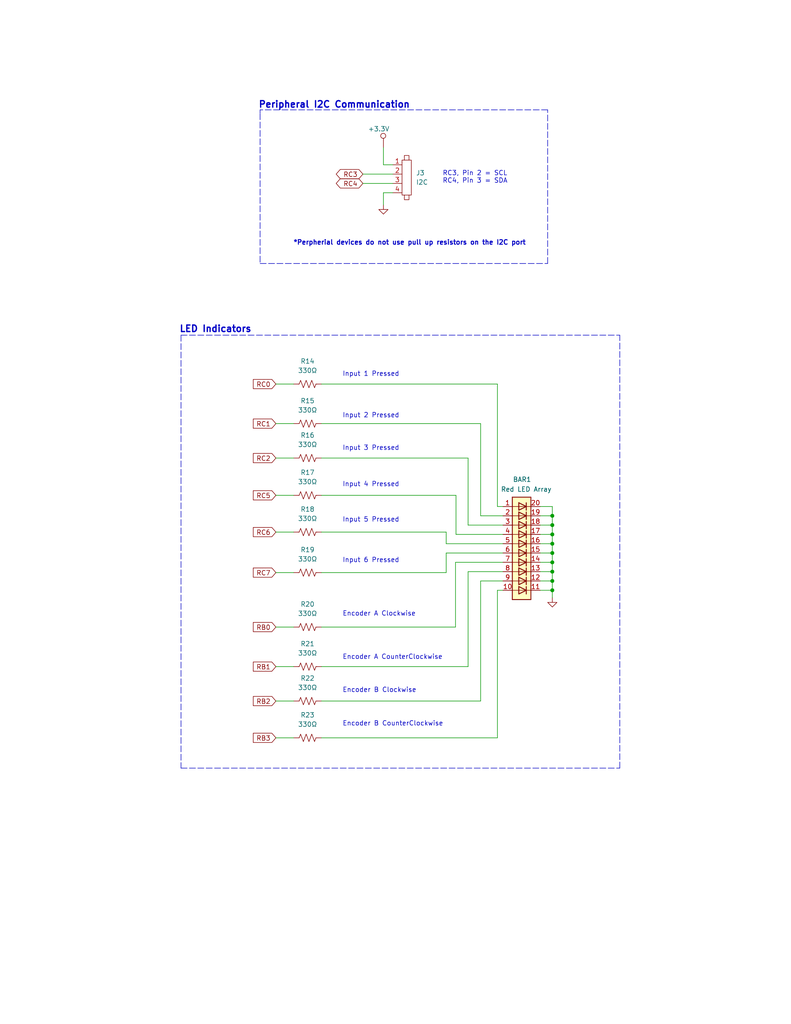
<source format=kicad_sch>
(kicad_sch (version 20211123) (generator eeschema)

  (uuid 0492fb66-346d-4f7b-a2b3-5ff891ad5f70)

  (paper "A" portrait)

  (title_block
    (title "Peripheral Control PCB Deisgn")
    (date "2023-12-08")
    (rev "A")
  )

  (lib_symbols
    (symbol "+3.3V_2" (power) (pin_numbers hide) (pin_names hide) (in_bom no) (on_board no)
      (property "Reference" "#PWR" (id 0) (at -2.54 -3.81 0)
        (effects (font (size 1.27 1.27)) hide)
      )
      (property "Value" "+3.3V_2" (id 1) (at -1.5748 1.1176 0)
        (effects (font (size 1.27 1.27)))
      )
      (property "Footprint" "" (id 2) (at -2.54 -3.81 0)
        (effects (font (size 1.27 1.27)) hide)
      )
      (property "Datasheet" "" (id 3) (at -2.54 -3.81 0)
        (effects (font (size 1.27 1.27)) hide)
      )
      (symbol "+3.3V_2_0_1"
        (circle (center 2.4892 0.6604) (radius 0.691)
          (stroke (width 0) (type default) (color 0 0 0 0))
          (fill (type none))
        )
      )
      (symbol "+3.3V_2_1_1"
        (pin power_in line (at 2.54 -2.54 90) (length 2.54)
          (name "+3.3V" (effects (font (size 1.27 1.27))))
          (number "~" (effects (font (size 1.27 1.27))))
        )
      )
    )
    (symbol "1X4header_1" (pin_names hide) (in_bom yes) (on_board yes)
      (property "Reference" "J" (id 0) (at 0 0 0)
        (effects (font (size 1.27 1.27)))
      )
      (property "Value" "1X4header_1" (id 1) (at -1.27 2.54 0)
        (effects (font (size 1.27 1.27)))
      )
      (property "Footprint" "" (id 2) (at 0 0 0)
        (effects (font (size 1.27 1.27)) hide)
      )
      (property "Datasheet" "" (id 3) (at 0 0 0)
        (effects (font (size 1.27 1.27)) hide)
      )
      (symbol "1X4header_1_0_1"
        (polyline
          (pts
            (xy 13.97 1.905)
            (xy 13.97 2.54)
          )
          (stroke (width 0) (type default) (color 0 0 0 0))
          (fill (type none))
        )
        (polyline
          (pts
            (xy 14.605 -6.985)
            (xy 14.605 -8.255)
            (xy 15.875 -8.255)
            (xy 15.875 -6.985)
          )
          (stroke (width 0) (type default) (color 0 0 0 0))
          (fill (type none))
        )
        (polyline
          (pts
            (xy 14.605 2.54)
            (xy 14.605 3.81)
            (xy 15.875 3.81)
            (xy 15.875 2.54)
          )
          (stroke (width 0) (type default) (color 0 0 0 0))
          (fill (type none))
        )
        (polyline
          (pts
            (xy 13.97 1.905)
            (xy 13.97 -6.985)
            (xy 16.51 -6.985)
            (xy 16.51 2.54)
            (xy 13.97 2.54)
          )
          (stroke (width 0) (type default) (color 0 0 0 0))
          (fill (type none))
        )
      )
      (symbol "1X4header_1_1_1"
        (pin passive line (at 11.43 1.27 0) (length 2.54)
          (name "1" (effects (font (size 1.27 1.27))))
          (number "1" (effects (font (size 1.27 1.27))))
        )
        (pin passive line (at 11.43 -1.27 0) (length 2.54)
          (name "2" (effects (font (size 1.27 1.27))))
          (number "2" (effects (font (size 1.27 1.27))))
        )
        (pin passive line (at 11.43 -3.81 0) (length 2.54)
          (name "3" (effects (font (size 1.27 1.27))))
          (number "3" (effects (font (size 1.27 1.27))))
        )
        (pin passive line (at 11.43 -6.35 0) (length 2.54)
          (name "4" (effects (font (size 1.27 1.27))))
          (number "4" (effects (font (size 1.27 1.27))))
        )
      )
    )
    (symbol "Device:R_US" (pin_numbers hide) (pin_names (offset 0)) (in_bom yes) (on_board yes)
      (property "Reference" "R" (id 0) (at 2.54 0 90)
        (effects (font (size 1.27 1.27)))
      )
      (property "Value" "R_US" (id 1) (at -2.54 0 90)
        (effects (font (size 1.27 1.27)))
      )
      (property "Footprint" "" (id 2) (at 1.016 -0.254 90)
        (effects (font (size 1.27 1.27)) hide)
      )
      (property "Datasheet" "~" (id 3) (at 0 0 0)
        (effects (font (size 1.27 1.27)) hide)
      )
      (property "ki_keywords" "R res resistor" (id 4) (at 0 0 0)
        (effects (font (size 1.27 1.27)) hide)
      )
      (property "ki_description" "Resistor, US symbol" (id 5) (at 0 0 0)
        (effects (font (size 1.27 1.27)) hide)
      )
      (property "ki_fp_filters" "R_*" (id 6) (at 0 0 0)
        (effects (font (size 1.27 1.27)) hide)
      )
      (symbol "R_US_0_1"
        (polyline
          (pts
            (xy 0 -2.286)
            (xy 0 -2.54)
          )
          (stroke (width 0) (type default) (color 0 0 0 0))
          (fill (type none))
        )
        (polyline
          (pts
            (xy 0 2.286)
            (xy 0 2.54)
          )
          (stroke (width 0) (type default) (color 0 0 0 0))
          (fill (type none))
        )
        (polyline
          (pts
            (xy 0 -0.762)
            (xy 1.016 -1.143)
            (xy 0 -1.524)
            (xy -1.016 -1.905)
            (xy 0 -2.286)
          )
          (stroke (width 0) (type default) (color 0 0 0 0))
          (fill (type none))
        )
        (polyline
          (pts
            (xy 0 0.762)
            (xy 1.016 0.381)
            (xy 0 0)
            (xy -1.016 -0.381)
            (xy 0 -0.762)
          )
          (stroke (width 0) (type default) (color 0 0 0 0))
          (fill (type none))
        )
        (polyline
          (pts
            (xy 0 2.286)
            (xy 1.016 1.905)
            (xy 0 1.524)
            (xy -1.016 1.143)
            (xy 0 0.762)
          )
          (stroke (width 0) (type default) (color 0 0 0 0))
          (fill (type none))
        )
      )
      (symbol "R_US_1_1"
        (pin passive line (at 0 3.81 270) (length 1.27)
          (name "~" (effects (font (size 1.27 1.27))))
          (number "1" (effects (font (size 1.27 1.27))))
        )
        (pin passive line (at 0 -3.81 90) (length 1.27)
          (name "~" (effects (font (size 1.27 1.27))))
          (number "2" (effects (font (size 1.27 1.27))))
        )
      )
    )
    (symbol "LED:HDSP-4830_2" (pin_names (offset 1.016) hide) (in_bom yes) (on_board yes)
      (property "Reference" "BAR" (id 0) (at 0 15.24 0)
        (effects (font (size 1.27 1.27)))
      )
      (property "Value" "HDSP-4830_2" (id 1) (at 0 -17.78 0)
        (effects (font (size 1.27 1.27)))
      )
      (property "Footprint" "Display:HDSP-4830" (id 2) (at 0 -20.32 0)
        (effects (font (size 1.27 1.27)) hide)
      )
      (property "Datasheet" "https://docs.broadcom.com/docs/AV02-1798EN" (id 3) (at -50.8 5.08 0)
        (effects (font (size 1.27 1.27)) hide)
      )
      (property "ki_keywords" "display LED array" (id 4) (at 0 0 0)
        (effects (font (size 1.27 1.27)) hide)
      )
      (property "ki_description" "BAR GRAPH 10 segment block, high efficiency red" (id 5) (at 0 0 0)
        (effects (font (size 1.27 1.27)) hide)
      )
      (property "ki_fp_filters" "HDSP?48*" (id 6) (at 0 0 0)
        (effects (font (size 1.27 1.27)) hide)
      )
      (symbol "HDSP-4830_2_0_1"
        (rectangle (start -2.54 12.7) (end 2.54 -15.24)
          (stroke (width 0.254) (type default) (color 0 0 0 0))
          (fill (type background))
        )
        (polyline
          (pts
            (xy -2.54 -12.7)
            (xy 2.54 -12.7)
          )
          (stroke (width 0) (type default) (color 0 0 0 0))
          (fill (type none))
        )
        (polyline
          (pts
            (xy -2.54 -10.16)
            (xy 2.54 -10.16)
          )
          (stroke (width 0) (type default) (color 0 0 0 0))
          (fill (type none))
        )
        (polyline
          (pts
            (xy -2.54 -7.62)
            (xy 2.54 -7.62)
          )
          (stroke (width 0) (type default) (color 0 0 0 0))
          (fill (type none))
        )
        (polyline
          (pts
            (xy -2.54 -5.08)
            (xy 2.54 -5.08)
          )
          (stroke (width 0) (type default) (color 0 0 0 0))
          (fill (type none))
        )
        (polyline
          (pts
            (xy -2.54 0)
            (xy 2.54 0)
          )
          (stroke (width 0) (type default) (color 0 0 0 0))
          (fill (type none))
        )
        (polyline
          (pts
            (xy -2.54 5.08)
            (xy 2.54 5.08)
          )
          (stroke (width 0) (type default) (color 0 0 0 0))
          (fill (type none))
        )
        (polyline
          (pts
            (xy -2.54 7.62)
            (xy 2.54 7.62)
          )
          (stroke (width 0) (type default) (color 0 0 0 0))
          (fill (type none))
        )
        (polyline
          (pts
            (xy -2.54 10.16)
            (xy 2.54 10.16)
          )
          (stroke (width 0) (type default) (color 0 0 0 0))
          (fill (type none))
        )
        (polyline
          (pts
            (xy 1.27 -11.684)
            (xy 1.27 -13.716)
          )
          (stroke (width 0.254) (type default) (color 0 0 0 0))
          (fill (type none))
        )
        (polyline
          (pts
            (xy 1.27 -9.144)
            (xy 1.27 -11.176)
          )
          (stroke (width 0.254) (type default) (color 0 0 0 0))
          (fill (type none))
        )
        (polyline
          (pts
            (xy 1.27 -6.604)
            (xy 1.27 -8.636)
          )
          (stroke (width 0.254) (type default) (color 0 0 0 0))
          (fill (type none))
        )
        (polyline
          (pts
            (xy 1.27 -4.064)
            (xy 1.27 -6.096)
          )
          (stroke (width 0.254) (type default) (color 0 0 0 0))
          (fill (type none))
        )
        (polyline
          (pts
            (xy 1.27 -1.524)
            (xy 1.27 -3.556)
          )
          (stroke (width 0.254) (type default) (color 0 0 0 0))
          (fill (type none))
        )
        (polyline
          (pts
            (xy 1.27 1.016)
            (xy 1.27 -1.016)
          )
          (stroke (width 0.254) (type default) (color 0 0 0 0))
          (fill (type none))
        )
        (polyline
          (pts
            (xy 1.27 3.556)
            (xy 1.27 1.524)
          )
          (stroke (width 0.254) (type default) (color 0 0 0 0))
          (fill (type none))
        )
        (polyline
          (pts
            (xy 1.27 6.096)
            (xy 1.27 4.064)
          )
          (stroke (width 0.254) (type default) (color 0 0 0 0))
          (fill (type none))
        )
        (polyline
          (pts
            (xy 1.27 8.636)
            (xy 1.27 6.604)
          )
          (stroke (width 0.254) (type default) (color 0 0 0 0))
          (fill (type none))
        )
        (polyline
          (pts
            (xy 1.27 11.176)
            (xy 1.27 9.144)
          )
          (stroke (width 0.254) (type default) (color 0 0 0 0))
          (fill (type none))
        )
        (polyline
          (pts
            (xy 2.54 -2.54)
            (xy -2.54 -2.54)
          )
          (stroke (width 0) (type default) (color 0 0 0 0))
          (fill (type none))
        )
        (polyline
          (pts
            (xy 2.54 2.54)
            (xy -2.54 2.54)
          )
          (stroke (width 0) (type default) (color 0 0 0 0))
          (fill (type none))
        )
        (polyline
          (pts
            (xy -0.762 -11.684)
            (xy -0.762 -13.716)
            (xy 1.27 -12.7)
            (xy -0.762 -11.684)
          )
          (stroke (width 0.254) (type default) (color 0 0 0 0))
          (fill (type none))
        )
        (polyline
          (pts
            (xy -0.762 -9.144)
            (xy -0.762 -11.176)
            (xy 1.27 -10.16)
            (xy -0.762 -9.144)
          )
          (stroke (width 0.254) (type default) (color 0 0 0 0))
          (fill (type none))
        )
        (polyline
          (pts
            (xy -0.762 -6.604)
            (xy -0.762 -8.636)
            (xy 1.27 -7.62)
            (xy -0.762 -6.604)
          )
          (stroke (width 0.254) (type default) (color 0 0 0 0))
          (fill (type none))
        )
        (polyline
          (pts
            (xy -0.762 -4.064)
            (xy -0.762 -6.096)
            (xy 1.27 -5.08)
            (xy -0.762 -4.064)
          )
          (stroke (width 0.254) (type default) (color 0 0 0 0))
          (fill (type none))
        )
        (polyline
          (pts
            (xy -0.762 -1.524)
            (xy -0.762 -3.556)
            (xy 1.27 -2.54)
            (xy -0.762 -1.524)
          )
          (stroke (width 0.254) (type default) (color 0 0 0 0))
          (fill (type none))
        )
        (polyline
          (pts
            (xy -0.762 1.016)
            (xy -0.762 -1.016)
            (xy 1.27 0)
            (xy -0.762 1.016)
          )
          (stroke (width 0.254) (type default) (color 0 0 0 0))
          (fill (type none))
        )
        (polyline
          (pts
            (xy -0.762 3.556)
            (xy -0.762 1.524)
            (xy 1.27 2.54)
            (xy -0.762 3.556)
          )
          (stroke (width 0.254) (type default) (color 0 0 0 0))
          (fill (type none))
        )
        (polyline
          (pts
            (xy -0.762 6.096)
            (xy -0.762 4.064)
            (xy 1.27 5.08)
            (xy -0.762 6.096)
          )
          (stroke (width 0.254) (type default) (color 0 0 0 0))
          (fill (type none))
        )
        (polyline
          (pts
            (xy -0.762 8.636)
            (xy -0.762 6.604)
            (xy 1.27 7.62)
            (xy -0.762 8.636)
          )
          (stroke (width 0.254) (type default) (color 0 0 0 0))
          (fill (type none))
        )
        (polyline
          (pts
            (xy -0.762 11.176)
            (xy -0.762 9.144)
            (xy 1.27 10.16)
            (xy -0.762 11.176)
          )
          (stroke (width 0.254) (type default) (color 0 0 0 0))
          (fill (type none))
        )
      )
      (symbol "HDSP-4830_2_1_1"
        (pin passive line (at -5.08 10.16 0) (length 2.54)
          (name "A" (effects (font (size 1.27 1.27))))
          (number "1" (effects (font (size 1.27 1.27))))
        )
        (pin passive line (at -5.08 -12.7 0) (length 2.54)
          (name "A" (effects (font (size 1.27 1.27))))
          (number "10" (effects (font (size 1.27 1.27))))
        )
        (pin passive line (at 5.08 -12.7 180) (length 2.54)
          (name "K" (effects (font (size 1.27 1.27))))
          (number "11" (effects (font (size 1.27 1.27))))
        )
        (pin passive line (at 5.08 -10.16 180) (length 2.54)
          (name "K" (effects (font (size 1.27 1.27))))
          (number "12" (effects (font (size 1.27 1.27))))
        )
        (pin passive line (at 5.08 -7.62 180) (length 2.54)
          (name "K" (effects (font (size 1.27 1.27))))
          (number "13" (effects (font (size 1.27 1.27))))
        )
        (pin passive line (at 5.08 -5.08 180) (length 2.54)
          (name "K" (effects (font (size 1.27 1.27))))
          (number "14" (effects (font (size 1.27 1.27))))
        )
        (pin passive line (at 5.08 -2.54 180) (length 2.54)
          (name "K" (effects (font (size 1.27 1.27))))
          (number "15" (effects (font (size 1.27 1.27))))
        )
        (pin passive line (at 5.08 0 180) (length 2.54)
          (name "K" (effects (font (size 1.27 1.27))))
          (number "16" (effects (font (size 1.27 1.27))))
        )
        (pin passive line (at 5.08 2.54 180) (length 2.54)
          (name "K" (effects (font (size 1.27 1.27))))
          (number "17" (effects (font (size 1.27 1.27))))
        )
        (pin passive line (at 5.08 5.08 180) (length 2.54)
          (name "K" (effects (font (size 1.27 1.27))))
          (number "18" (effects (font (size 1.27 1.27))))
        )
        (pin passive line (at 5.08 7.62 180) (length 2.54)
          (name "K" (effects (font (size 1.27 1.27))))
          (number "19" (effects (font (size 1.27 1.27))))
        )
        (pin passive line (at -5.08 7.62 0) (length 2.54)
          (name "A" (effects (font (size 1.27 1.27))))
          (number "2" (effects (font (size 1.27 1.27))))
        )
        (pin passive line (at 5.08 10.16 180) (length 2.54)
          (name "K" (effects (font (size 1.27 1.27))))
          (number "20" (effects (font (size 1.27 1.27))))
        )
        (pin passive line (at -5.08 5.08 0) (length 2.54)
          (name "A" (effects (font (size 1.27 1.27))))
          (number "3" (effects (font (size 1.27 1.27))))
        )
        (pin passive line (at -5.08 2.54 0) (length 2.54)
          (name "A" (effects (font (size 1.27 1.27))))
          (number "4" (effects (font (size 1.27 1.27))))
        )
        (pin passive line (at -5.08 0 0) (length 2.54)
          (name "A" (effects (font (size 1.27 1.27))))
          (number "5" (effects (font (size 1.27 1.27))))
        )
        (pin passive line (at -5.08 -2.54 0) (length 2.54)
          (name "A" (effects (font (size 1.27 1.27))))
          (number "6" (effects (font (size 1.27 1.27))))
        )
        (pin passive line (at -5.08 -5.08 0) (length 2.54)
          (name "A" (effects (font (size 1.27 1.27))))
          (number "7" (effects (font (size 1.27 1.27))))
        )
        (pin passive line (at -5.08 -7.62 0) (length 2.54)
          (name "A" (effects (font (size 1.27 1.27))))
          (number "8" (effects (font (size 1.27 1.27))))
        )
        (pin passive line (at -5.08 -10.16 0) (length 2.54)
          (name "A" (effects (font (size 1.27 1.27))))
          (number "9" (effects (font (size 1.27 1.27))))
        )
      )
    )
    (symbol "power:GND" (power) (pin_numbers hide) (pin_names (offset 0) hide) (in_bom yes) (on_board yes)
      (property "Reference" "#PWR" (id 0) (at 0 -6.35 0)
        (effects (font (size 1.27 1.27)) hide)
      )
      (property "Value" "GND" (id 1) (at 0 -3.81 0)
        (effects (font (size 1.27 1.27)))
      )
      (property "Footprint" "" (id 2) (at 0 0 0)
        (effects (font (size 1.27 1.27)) hide)
      )
      (property "Datasheet" "" (id 3) (at 0 0 0)
        (effects (font (size 1.27 1.27)) hide)
      )
      (property "ki_keywords" "power-flag" (id 4) (at 0 0 0)
        (effects (font (size 1.27 1.27)) hide)
      )
      (property "ki_description" "Power symbol creates a global label with name \"GND\" , ground" (id 5) (at 0 0 0)
        (effects (font (size 1.27 1.27)) hide)
      )
      (symbol "GND_0_1"
        (polyline
          (pts
            (xy 0 0)
            (xy 0 -1.27)
            (xy 1.27 -1.27)
            (xy 0 -2.54)
            (xy -1.27 -1.27)
            (xy 0 -1.27)
          )
          (stroke (width 0) (type default) (color 0 0 0 0))
          (fill (type none))
        )
      )
      (symbol "GND_1_1"
        (pin power_in line (at 0 0 270) (length 0) hide
          (name "GND" (effects (font (size 1.27 1.27))))
          (number "1" (effects (font (size 1.27 1.27))))
        )
      )
    )
  )

  (junction (at 150.749 153.416) (diameter 0) (color 0 0 0 0)
    (uuid 0ed8876b-877c-421d-b64d-701a4bf123d6)
  )
  (junction (at 150.749 150.876) (diameter 0) (color 0 0 0 0)
    (uuid 19a041d3-9458-4be9-82a8-258e6f9bb7f2)
  )
  (junction (at 150.749 155.956) (diameter 0) (color 0 0 0 0)
    (uuid 317622a5-6b7d-498e-a1fc-d8f43250bc48)
  )
  (junction (at 150.749 148.336) (diameter 0) (color 0 0 0 0)
    (uuid 5b46f050-bd86-40a8-8658-c2b532a0b915)
  )
  (junction (at 150.749 161.036) (diameter 0) (color 0 0 0 0)
    (uuid 7dc65180-5c4b-49ff-acbf-c32822e97e79)
  )
  (junction (at 150.749 158.496) (diameter 0) (color 0 0 0 0)
    (uuid 994eb246-74c0-4995-a552-84de4a496410)
  )
  (junction (at 150.749 143.256) (diameter 0) (color 0 0 0 0)
    (uuid ae85947f-957c-4b65-b815-c637f1a7c5af)
  )
  (junction (at 150.749 140.716) (diameter 0) (color 0 0 0 0)
    (uuid cfb7a100-1185-430e-90e4-f847d166c777)
  )
  (junction (at 150.749 145.796) (diameter 0) (color 0 0 0 0)
    (uuid ed2dc605-843d-4fe2-a5b1-3077d8eee552)
  )

  (wire (pts (xy 150.749 143.256) (xy 150.749 145.796))
    (stroke (width 0) (type default) (color 0 0 0 0))
    (uuid 02efff84-4907-48d1-b743-9cf331be7db4)
  )
  (wire (pts (xy 137.287 161.036) (xy 135.763 161.036))
    (stroke (width 0) (type default) (color 0 0 0 0))
    (uuid 0dd5bd35-3348-4fb5-8226-bfd54dd3b690)
  )
  (wire (pts (xy 127.762 155.956) (xy 127.762 181.864))
    (stroke (width 0) (type default) (color 0 0 0 0))
    (uuid 0e7489ec-1c17-42d5-9d70-8fa9d4d821c6)
  )
  (polyline (pts (xy 70.993 29.972) (xy 70.993 30.861))
    (stroke (width 0) (type default) (color 0 0 0 0))
    (uuid 1289c094-d17e-497a-87f1-b8474681c4d1)
  )

  (wire (pts (xy 87.757 115.57) (xy 131.191 115.57))
    (stroke (width 0) (type default) (color 0 0 0 0))
    (uuid 13793c29-c3f8-48e1-a3e8-9740174f0e4d)
  )
  (wire (pts (xy 131.191 140.716) (xy 137.287 140.716))
    (stroke (width 0) (type default) (color 0 0 0 0))
    (uuid 17a03118-d997-43f6-b289-39c18bae94f2)
  )
  (wire (pts (xy 135.763 104.775) (xy 135.763 138.176))
    (stroke (width 0) (type default) (color 0 0 0 0))
    (uuid 1f4cde55-37ac-47c3-8f43-5009f778f5da)
  )
  (wire (pts (xy 150.749 148.336) (xy 150.749 150.876))
    (stroke (width 0) (type default) (color 0 0 0 0))
    (uuid 20e57276-ac02-4a71-a243-51436a8521a9)
  )
  (wire (pts (xy 150.749 155.956) (xy 150.749 158.496))
    (stroke (width 0) (type default) (color 0 0 0 0))
    (uuid 231fff19-c30d-4b21-b712-7e51c530a874)
  )
  (wire (pts (xy 147.447 138.176) (xy 150.749 138.176))
    (stroke (width 0) (type default) (color 0 0 0 0))
    (uuid 23307ed9-353c-4338-868d-ca80d05b0336)
  )
  (wire (pts (xy 131.191 158.496) (xy 131.191 191.262))
    (stroke (width 0) (type default) (color 0 0 0 0))
    (uuid 24d97345-8283-47fc-9878-9648e92203bc)
  )
  (polyline (pts (xy 169.164 209.55) (xy 169.164 91.44))
    (stroke (width 0) (type default) (color 0 0 0 0))
    (uuid 251a5917-906e-401f-b573-12a948ce3049)
  )

  (wire (pts (xy 135.763 161.036) (xy 135.763 201.295))
    (stroke (width 0) (type default) (color 0 0 0 0))
    (uuid 2697a2a5-5417-423b-9e99-ccefd1dfb405)
  )
  (wire (pts (xy 150.749 158.496) (xy 150.749 161.036))
    (stroke (width 0) (type default) (color 0 0 0 0))
    (uuid 2c1bc8ba-371a-4697-a4fc-6b791203c387)
  )
  (wire (pts (xy 75.311 145.161) (xy 80.137 145.161))
    (stroke (width 0) (type default) (color 0 0 0 0))
    (uuid 2d3399c9-df17-421c-a86d-563386daddc0)
  )
  (wire (pts (xy 104.648 44.958) (xy 107.188 44.958))
    (stroke (width 0) (type default) (color 0 0 0 0))
    (uuid 2fb84559-7c55-4d5d-a6a6-0882c17e9d51)
  )
  (wire (pts (xy 147.447 143.256) (xy 150.749 143.256))
    (stroke (width 0) (type default) (color 0 0 0 0))
    (uuid 3a6f60c8-8b85-4994-9b44-f877a822c6b4)
  )
  (wire (pts (xy 104.648 44.958) (xy 104.648 40.259))
    (stroke (width 0) (type default) (color 0 0 0 0))
    (uuid 43974b42-1d1f-48fe-8af5-471a86c34bf8)
  )
  (wire (pts (xy 147.447 161.036) (xy 150.749 161.036))
    (stroke (width 0) (type default) (color 0 0 0 0))
    (uuid 443595e1-e5a9-4040-81d4-bd4415a50036)
  )
  (wire (pts (xy 75.311 104.775) (xy 80.137 104.775))
    (stroke (width 0) (type default) (color 0 0 0 0))
    (uuid 4495687e-770e-44eb-aad2-9b6d865e1ce7)
  )
  (wire (pts (xy 150.749 150.876) (xy 150.749 153.416))
    (stroke (width 0) (type default) (color 0 0 0 0))
    (uuid 45adc603-2421-4bbd-bd7c-b2d84d1ff654)
  )
  (polyline (pts (xy 149.479 71.882) (xy 149.479 29.972))
    (stroke (width 0) (type default) (color 0 0 0 0))
    (uuid 49b1531e-c91f-4e60-bc70-7d80246afd9a)
  )

  (wire (pts (xy 104.648 52.578) (xy 104.648 55.88))
    (stroke (width 0) (type default) (color 0 0 0 0))
    (uuid 4aa095a6-7e90-4a68-94d5-5f69129a813d)
  )
  (wire (pts (xy 135.763 138.176) (xy 137.287 138.176))
    (stroke (width 0) (type default) (color 0 0 0 0))
    (uuid 4c9e67e4-7cc4-403e-83e5-d4e1abd761d8)
  )
  (wire (pts (xy 150.749 138.176) (xy 150.749 140.716))
    (stroke (width 0) (type default) (color 0 0 0 0))
    (uuid 4d30f150-2408-4385-b7e0-bf6ae022999e)
  )
  (wire (pts (xy 147.447 155.956) (xy 150.749 155.956))
    (stroke (width 0) (type default) (color 0 0 0 0))
    (uuid 551de543-34d3-4751-b9e2-dc48a41b2ba0)
  )
  (wire (pts (xy 75.311 191.262) (xy 80.137 191.262))
    (stroke (width 0) (type default) (color 0 0 0 0))
    (uuid 584cf988-3860-419f-8770-543abc29fbb0)
  )
  (wire (pts (xy 150.749 153.416) (xy 150.749 155.956))
    (stroke (width 0) (type default) (color 0 0 0 0))
    (uuid 5a7c8433-0845-41a3-a808-7a92dc6860b4)
  )
  (polyline (pts (xy 49.403 91.44) (xy 169.164 91.44))
    (stroke (width 0) (type default) (color 0 0 0 0))
    (uuid 5c552176-971f-4f49-93ce-521863f4306d)
  )

  (wire (pts (xy 131.191 191.262) (xy 87.757 191.262))
    (stroke (width 0) (type default) (color 0 0 0 0))
    (uuid 5e338111-47e4-4477-a1bb-30807528ac3d)
  )
  (wire (pts (xy 75.311 156.21) (xy 80.137 156.21))
    (stroke (width 0) (type default) (color 0 0 0 0))
    (uuid 5e5295a6-2264-4683-a66d-896b6203eee5)
  )
  (wire (pts (xy 121.793 150.876) (xy 121.793 156.21))
    (stroke (width 0) (type default) (color 0 0 0 0))
    (uuid 60246cca-96a2-43d2-a437-2210d97451a3)
  )
  (wire (pts (xy 107.188 52.578) (xy 104.648 52.578))
    (stroke (width 0) (type default) (color 0 0 0 0))
    (uuid 620bd0ba-0113-49b3-8a11-f8a4c95bc7f6)
  )
  (wire (pts (xy 147.447 140.716) (xy 150.749 140.716))
    (stroke (width 0) (type default) (color 0 0 0 0))
    (uuid 62e1431c-4dc4-4075-b2b5-0890923a5cb9)
  )
  (polyline (pts (xy 149.479 29.972) (xy 70.993 29.972))
    (stroke (width 0) (type default) (color 0 0 0 0))
    (uuid 6504e005-70de-4a9f-a05f-d1bbfe58aecf)
  )

  (wire (pts (xy 150.749 161.036) (xy 150.749 163.068))
    (stroke (width 0) (type default) (color 0 0 0 0))
    (uuid 663c94ed-6129-4073-9e26-c5e8db73bc81)
  )
  (wire (pts (xy 147.447 153.416) (xy 150.749 153.416))
    (stroke (width 0) (type default) (color 0 0 0 0))
    (uuid 6667e453-9515-4a5f-9d00-f98a3afb4596)
  )
  (polyline (pts (xy 49.403 209.55) (xy 169.164 209.55))
    (stroke (width 0) (type default) (color 0 0 0 0))
    (uuid 69b92fe3-5004-432b-96fc-745c6fdac830)
  )

  (wire (pts (xy 124.333 171.069) (xy 87.757 171.069))
    (stroke (width 0) (type default) (color 0 0 0 0))
    (uuid 709f85c4-f721-4de4-9fe8-09a60963b575)
  )
  (wire (pts (xy 75.311 115.57) (xy 80.137 115.57))
    (stroke (width 0) (type default) (color 0 0 0 0))
    (uuid 72fe9379-4c74-404c-9c0f-e924a0776076)
  )
  (polyline (pts (xy 70.993 71.882) (xy 149.479 71.882))
    (stroke (width 0) (type default) (color 0 0 0 0))
    (uuid 772d3cea-dc7e-404a-9671-64a8e5f370e3)
  )

  (wire (pts (xy 127.762 124.968) (xy 127.762 143.256))
    (stroke (width 0) (type default) (color 0 0 0 0))
    (uuid 7f3cdb35-60c3-4b79-b7e0-2c6451a8072b)
  )
  (wire (pts (xy 87.757 135.128) (xy 124.46 135.128))
    (stroke (width 0) (type default) (color 0 0 0 0))
    (uuid 7f468586-5ecc-4b69-9bf6-1f462552c19a)
  )
  (wire (pts (xy 150.749 140.716) (xy 150.749 143.256))
    (stroke (width 0) (type default) (color 0 0 0 0))
    (uuid 82256152-d1a0-4b20-9a85-78640ba78fa5)
  )
  (wire (pts (xy 131.191 115.57) (xy 131.191 140.716))
    (stroke (width 0) (type default) (color 0 0 0 0))
    (uuid 8b0bd335-cbed-493c-a179-bd11859f3318)
  )
  (wire (pts (xy 99.06 47.498) (xy 107.188 47.498))
    (stroke (width 0) (type default) (color 0 0 0 0))
    (uuid 8d479bdf-7ae1-47df-a364-9e2dcd073d5f)
  )
  (wire (pts (xy 75.311 201.295) (xy 80.137 201.295))
    (stroke (width 0) (type default) (color 0 0 0 0))
    (uuid 953cf260-dd3a-4e69-a7b5-e6dd52d7ecef)
  )
  (wire (pts (xy 75.311 124.968) (xy 80.137 124.968))
    (stroke (width 0) (type default) (color 0 0 0 0))
    (uuid 9773e1b2-867f-4bba-aab9-6aa389e51a1c)
  )
  (wire (pts (xy 137.287 148.336) (xy 121.793 148.336))
    (stroke (width 0) (type default) (color 0 0 0 0))
    (uuid 9a7fe49e-b9a2-469b-b467-1670045a4ce9)
  )
  (wire (pts (xy 124.46 145.796) (xy 137.287 145.796))
    (stroke (width 0) (type default) (color 0 0 0 0))
    (uuid a2356724-4992-4669-b2eb-72a5b8e8ed5c)
  )
  (wire (pts (xy 137.287 150.876) (xy 121.793 150.876))
    (stroke (width 0) (type default) (color 0 0 0 0))
    (uuid a25273d9-3e49-4001-b41e-4a1bb1ac08f1)
  )
  (wire (pts (xy 99.06 50.038) (xy 107.188 50.038))
    (stroke (width 0) (type default) (color 0 0 0 0))
    (uuid a488415c-442d-4113-a4f6-5a5e5d75be94)
  )
  (wire (pts (xy 137.287 155.956) (xy 127.762 155.956))
    (stroke (width 0) (type default) (color 0 0 0 0))
    (uuid aa06600e-1e59-45f0-b885-4e633402ccaf)
  )
  (wire (pts (xy 124.46 135.128) (xy 124.46 145.796))
    (stroke (width 0) (type default) (color 0 0 0 0))
    (uuid aa7bad10-3a1e-4731-9a37-77567b893d95)
  )
  (wire (pts (xy 75.311 135.128) (xy 80.137 135.128))
    (stroke (width 0) (type default) (color 0 0 0 0))
    (uuid ae4e545c-c427-4519-9b20-8dc1ac4af110)
  )
  (wire (pts (xy 137.287 153.416) (xy 124.333 153.416))
    (stroke (width 0) (type default) (color 0 0 0 0))
    (uuid b0ad4807-34a9-47a4-ab16-fcc2702dad2c)
  )
  (wire (pts (xy 150.749 145.796) (xy 150.749 148.336))
    (stroke (width 0) (type default) (color 0 0 0 0))
    (uuid b678d7cc-acf3-4df2-bc5d-c79ab576eac0)
  )
  (wire (pts (xy 147.447 158.496) (xy 150.749 158.496))
    (stroke (width 0) (type default) (color 0 0 0 0))
    (uuid b6f27aa6-a9fe-4b8a-8414-d3e530ab8a37)
  )
  (wire (pts (xy 75.311 171.069) (xy 80.137 171.069))
    (stroke (width 0) (type default) (color 0 0 0 0))
    (uuid b8e67356-bf95-40a3-9979-5e0821713d1d)
  )
  (polyline (pts (xy 49.403 91.44) (xy 49.403 209.55))
    (stroke (width 0) (type default) (color 0 0 0 0))
    (uuid ba05e2f2-2fb6-49ff-a59c-1e1d75adc989)
  )

  (wire (pts (xy 147.447 150.876) (xy 150.749 150.876))
    (stroke (width 0) (type default) (color 0 0 0 0))
    (uuid bc1ffaae-3f8a-48ea-ab9c-654d1f1785e9)
  )
  (polyline (pts (xy 70.993 30.988) (xy 70.993 71.882))
    (stroke (width 0) (type default) (color 0 0 0 0))
    (uuid c0adfd7a-61bc-4679-9757-a8101ecd7c1c)
  )

  (wire (pts (xy 87.757 104.775) (xy 135.763 104.775))
    (stroke (width 0) (type default) (color 0 0 0 0))
    (uuid c67967f5-54ff-4a4c-b5e9-07d65c0e69a5)
  )
  (wire (pts (xy 127.762 181.864) (xy 87.757 181.864))
    (stroke (width 0) (type default) (color 0 0 0 0))
    (uuid cd1a3d0b-1c72-4978-93ac-e27bbd00bc98)
  )
  (wire (pts (xy 87.757 145.161) (xy 121.793 145.161))
    (stroke (width 0) (type default) (color 0 0 0 0))
    (uuid d6573b53-1c2e-4756-a07b-c18e85e87c03)
  )
  (wire (pts (xy 147.447 148.336) (xy 150.749 148.336))
    (stroke (width 0) (type default) (color 0 0 0 0))
    (uuid d7ab5a74-bd8a-469d-9bcf-2ea223cb3d62)
  )
  (wire (pts (xy 87.757 124.968) (xy 127.762 124.968))
    (stroke (width 0) (type default) (color 0 0 0 0))
    (uuid d83c05f9-642e-43c9-823c-be8fb5da44b4)
  )
  (wire (pts (xy 147.447 145.796) (xy 150.749 145.796))
    (stroke (width 0) (type default) (color 0 0 0 0))
    (uuid e0b9f928-9cbf-4a1a-a55f-a9574f8a8bed)
  )
  (wire (pts (xy 75.311 181.864) (xy 80.137 181.864))
    (stroke (width 0) (type default) (color 0 0 0 0))
    (uuid e61a63e0-9c09-4808-b84f-086973ff308e)
  )
  (wire (pts (xy 87.757 201.295) (xy 135.763 201.295))
    (stroke (width 0) (type default) (color 0 0 0 0))
    (uuid e7c590dc-318d-404d-ab30-6dc62ffb3346)
  )
  (wire (pts (xy 131.191 158.496) (xy 137.287 158.496))
    (stroke (width 0) (type default) (color 0 0 0 0))
    (uuid e8746356-a058-43b6-a946-d629cbace09e)
  )
  (wire (pts (xy 127.762 143.256) (xy 137.287 143.256))
    (stroke (width 0) (type default) (color 0 0 0 0))
    (uuid ea655f40-e8e9-47bc-b8cc-f51dbf9606b6)
  )
  (wire (pts (xy 124.333 153.416) (xy 124.333 171.069))
    (stroke (width 0) (type default) (color 0 0 0 0))
    (uuid ebcc00fc-b8b1-4459-8ebd-8e510163683a)
  )
  (wire (pts (xy 121.793 145.161) (xy 121.793 148.336))
    (stroke (width 0) (type default) (color 0 0 0 0))
    (uuid f1125125-feea-438f-958d-a5f89c2de285)
  )
  (wire (pts (xy 121.793 156.21) (xy 87.757 156.21))
    (stroke (width 0) (type default) (color 0 0 0 0))
    (uuid fad789d4-a6cf-42b1-8ca3-33b20cb8f1ad)
  )

  (text "Encoder A CounterClockwise" (at 93.472 180.086 0)
    (effects (font (size 1.27 1.27)) (justify left bottom))
    (uuid 207fd42e-28aa-48f6-b0f3-97b2e6124076)
  )
  (text "Input 2 Pressed" (at 93.472 114.173 0)
    (effects (font (size 1.27 1.27)) (justify left bottom))
    (uuid 2a7a42f2-df00-4260-b542-28f9d9efd3ac)
  )
  (text "Input 4 Pressed" (at 93.472 132.969 0)
    (effects (font (size 1.27 1.27)) (justify left bottom))
    (uuid 53eeacc7-77cf-454e-a278-c37c5d5c8499)
  )
  (text "Encoder A Clockwise" (at 93.472 168.275 0)
    (effects (font (size 1.27 1.27)) (justify left bottom))
    (uuid 5548ce4b-5eb0-41d3-8d52-be096c3714d4)
  )
  (text "LED Indicators" (at 48.895 90.932 0)
    (effects (font (size 1.778 1.778) bold) (justify left bottom))
    (uuid 7430de70-b3b0-4a3e-aa34-85e9b2e852bc)
  )
  (text "Peripheral I2C Communication " (at 70.485 29.718 0)
    (effects (font (size 1.778 1.778) bold) (justify left bottom))
    (uuid 75ccc743-0f14-4167-b8a9-05899e6ee7a7)
  )
  (text "Input 3 Pressed" (at 93.472 123.063 0)
    (effects (font (size 1.27 1.27)) (justify left bottom))
    (uuid 86878697-f044-433e-80d3-db89e46f5b27)
  )
  (text "Input 6 Pressed" (at 93.472 153.67 0)
    (effects (font (size 1.27 1.27)) (justify left bottom))
    (uuid be797e9f-5bf5-4e81-aa7c-ca780aac5b0b)
  )
  (text "Input 1 Pressed" (at 93.472 102.87 0)
    (effects (font (size 1.27 1.27)) (justify left bottom))
    (uuid c82708a4-bf63-4ed9-b9ba-a1bf0b5ddbfa)
  )
  (text "Input 5 Pressed" (at 93.472 142.621 0)
    (effects (font (size 1.27 1.27)) (justify left bottom))
    (uuid d28b51df-8fee-430b-95b3-94efeafd3432)
  )
  (text "*Perpherial devices do not use pull up resistors on the I2C port"
    (at 80.01 67.056 0)
    (effects (font (size 1.27 1.27) (thickness 0.254) bold) (justify left bottom))
    (uuid db9ecd52-13bf-4de3-a8f9-999976af15cd)
  )
  (text "Encoder B Clockwise" (at 93.472 189.103 0)
    (effects (font (size 1.27 1.27)) (justify left bottom))
    (uuid df399c22-8374-4120-ac7a-9c1c0d8cc4c1)
  )
  (text "RC3, Pin 2 = SCL\nRC4, Pin 3 = SDA" (at 120.777 50.165 0)
    (effects (font (size 1.27 1.27)) (justify left bottom))
    (uuid eeaec25d-31cb-4409-8eee-4eb080637496)
  )
  (text "Encoder B CounterClockwise" (at 93.472 198.247 0)
    (effects (font (size 1.27 1.27)) (justify left bottom))
    (uuid f52a285f-8df2-499c-9d3a-83a000b5069f)
  )

  (global_label "RC6" (shape input) (at 75.311 145.161 180) (fields_autoplaced)
    (effects (font (size 1.27 1.27)) (justify right))
    (uuid 2ab9db0c-6a13-4ef9-8ef5-14c69759c614)
    (property "Intersheet References" "${INTERSHEET_REFS}" (id 0) (at 69.1484 145.0816 0)
      (effects (font (size 1.27 1.27)) (justify right) hide)
    )
  )
  (global_label "RC4" (shape bidirectional) (at 99.06 50.038 180) (fields_autoplaced)
    (effects (font (size 1.27 1.27)) (justify right))
    (uuid 35864bbb-2a81-4e1c-9aec-761e2e590a42)
    (property "Intersheet References" "${INTERSHEET_REFS}" (id 0) (at 92.8974 49.9586 0)
      (effects (font (size 1.27 1.27)) (justify right) hide)
    )
  )
  (global_label "RB1" (shape input) (at 75.311 181.864 180) (fields_autoplaced)
    (effects (font (size 1.27 1.27)) (justify right))
    (uuid 43294c39-0952-4b8f-8d92-d91397213643)
    (property "Intersheet References" "${INTERSHEET_REFS}" (id 0) (at 69.1484 181.7846 0)
      (effects (font (size 1.27 1.27)) (justify right) hide)
    )
  )
  (global_label "RC2" (shape input) (at 75.311 124.968 180) (fields_autoplaced)
    (effects (font (size 1.27 1.27)) (justify right))
    (uuid 61519161-9baa-45b5-bb8e-df003681474a)
    (property "Intersheet References" "${INTERSHEET_REFS}" (id 0) (at 69.1484 124.8886 0)
      (effects (font (size 1.27 1.27)) (justify right) hide)
    )
  )
  (global_label "RC1" (shape input) (at 75.311 115.57 180) (fields_autoplaced)
    (effects (font (size 1.27 1.27)) (justify right))
    (uuid 6df852b6-85a1-43bd-a1d0-1a83270bc448)
    (property "Intersheet References" "${INTERSHEET_REFS}" (id 0) (at 69.1484 115.4906 0)
      (effects (font (size 1.27 1.27)) (justify right) hide)
    )
  )
  (global_label "RC7" (shape input) (at 75.311 156.21 180) (fields_autoplaced)
    (effects (font (size 1.27 1.27)) (justify right))
    (uuid 71c646f0-31a1-45df-8219-52112c284aba)
    (property "Intersheet References" "${INTERSHEET_REFS}" (id 0) (at 69.1484 156.1306 0)
      (effects (font (size 1.27 1.27)) (justify right) hide)
    )
  )
  (global_label "RB0" (shape input) (at 75.311 171.069 180) (fields_autoplaced)
    (effects (font (size 1.27 1.27)) (justify right))
    (uuid 7501c237-1518-43be-b0a7-22d4e191b82d)
    (property "Intersheet References" "${INTERSHEET_REFS}" (id 0) (at 69.1484 170.9896 0)
      (effects (font (size 1.27 1.27)) (justify right) hide)
    )
  )
  (global_label "RC3" (shape bidirectional) (at 99.06 47.498 180) (fields_autoplaced)
    (effects (font (size 1.27 1.27)) (justify right))
    (uuid 9474ca79-90eb-414c-948d-68532cc983ee)
    (property "Intersheet References" "${INTERSHEET_REFS}" (id 0) (at 92.8974 47.4186 0)
      (effects (font (size 1.27 1.27)) (justify right) hide)
    )
  )
  (global_label "RB2" (shape input) (at 75.311 191.262 180) (fields_autoplaced)
    (effects (font (size 1.27 1.27)) (justify right))
    (uuid 9fd87f3b-982c-4fcf-a48c-52cfdd7ab7f6)
    (property "Intersheet References" "${INTERSHEET_REFS}" (id 0) (at 69.1484 191.1826 0)
      (effects (font (size 1.27 1.27)) (justify right) hide)
    )
  )
  (global_label "RB3" (shape input) (at 75.311 201.295 180) (fields_autoplaced)
    (effects (font (size 1.27 1.27)) (justify right))
    (uuid a0d5cf0b-1ee5-4bfa-84c1-a082527fbe48)
    (property "Intersheet References" "${INTERSHEET_REFS}" (id 0) (at 69.1484 201.2156 0)
      (effects (font (size 1.27 1.27)) (justify right) hide)
    )
  )
  (global_label "RC5" (shape input) (at 75.311 135.128 180) (fields_autoplaced)
    (effects (font (size 1.27 1.27)) (justify right))
    (uuid c5f4eac7-5047-4de8-8264-81beb9ed0eb0)
    (property "Intersheet References" "${INTERSHEET_REFS}" (id 0) (at 69.1484 135.0486 0)
      (effects (font (size 1.27 1.27)) (justify right) hide)
    )
  )
  (global_label "RC0" (shape input) (at 75.311 104.775 180) (fields_autoplaced)
    (effects (font (size 1.27 1.27)) (justify right))
    (uuid fb7b9775-f213-41c1-86a8-f885b9529c26)
    (property "Intersheet References" "${INTERSHEET_REFS}" (id 0) (at 69.1484 104.8544 0)
      (effects (font (size 1.27 1.27)) (justify right) hide)
    )
  )

  (symbol (lib_id "Device:R_US") (at 83.947 191.262 90) (unit 1)
    (in_bom yes) (on_board yes) (fields_autoplaced)
    (uuid 02387b53-ef42-4a67-b26c-bf8326b95963)
    (property "Reference" "R22" (id 0) (at 83.947 185.039 90))
    (property "Value" "330Ω" (id 1) (at 83.947 187.579 90))
    (property "Footprint" "" (id 2) (at 84.201 190.246 90)
      (effects (font (size 1.27 1.27)) hide)
    )
    (property "Datasheet" "~" (id 3) (at 83.947 191.262 0)
      (effects (font (size 1.27 1.27)) hide)
    )
    (pin "1" (uuid 1582c65b-4c21-4499-a1ca-693f7f544c04))
    (pin "2" (uuid ea2fa524-4e69-440b-87eb-11342a3706d3))
  )

  (symbol (lib_name "+3.3V_2") (lib_id "jm_power:+3.3V") (at 102.108 37.719 0) (unit 1)
    (in_bom yes) (on_board yes) (fields_autoplaced)
    (uuid 1ce4a388-7f32-4103-bc60-669a7d0fdcc2)
    (property "Reference" "#PWR035" (id 0) (at 99.568 41.529 0)
      (effects (font (size 1.27 1.27)) hide)
    )
    (property "Value" "+3.3V" (id 1) (at 103.378 35.179 0))
    (property "Footprint" "" (id 2) (at 99.568 41.529 0)
      (effects (font (size 1.27 1.27)) hide)
    )
    (property "Datasheet" "" (id 3) (at 99.568 41.529 0)
      (effects (font (size 1.27 1.27)) hide)
    )
    (pin "~" (uuid 4273316f-7e8c-4301-a915-e0be48b17213))
  )

  (symbol (lib_name "1X4header_1") (lib_id "jm_:1X4header") (at 95.758 46.228 0) (unit 1)
    (in_bom yes) (on_board yes) (fields_autoplaced)
    (uuid 2174d51c-558f-4db5-80c3-1351619a5845)
    (property "Reference" "J3" (id 0) (at 113.538 47.1804 0)
      (effects (font (size 1.27 1.27)) (justify left))
    )
    (property "Value" "I2C" (id 1) (at 113.538 49.7204 0)
      (effects (font (size 1.27 1.27)) (justify left))
    )
    (property "Footprint" "Connector_PinHeader_2.54mm:PinHeader_1x04_P2.54mm_Vertical" (id 2) (at 95.758 46.228 0)
      (effects (font (size 1.27 1.27)) hide)
    )
    (property "Datasheet" "" (id 3) (at 95.758 46.228 0)
      (effects (font (size 1.27 1.27)) hide)
    )
    (pin "1" (uuid eb7e6296-0ad7-4a65-97cd-95d70e350a87))
    (pin "2" (uuid 9c5069bf-8151-4cc3-a01e-b7c618864469))
    (pin "3" (uuid 67780700-206b-410d-94dd-ffa54cade54c))
    (pin "4" (uuid c7b92f0f-d375-42e5-9824-897d10958c8e))
  )

  (symbol (lib_id "LED:HDSP-4830_2") (at 142.367 148.336 0) (unit 1)
    (in_bom yes) (on_board yes)
    (uuid 27059796-e879-41c5-bf53-63c5a40339fd)
    (property "Reference" "BAR1" (id 0) (at 142.494 130.81 0))
    (property "Value" "Red LED Array" (id 1) (at 143.637 133.477 0))
    (property "Footprint" "Display:HDSP-4830" (id 2) (at 142.367 168.656 0)
      (effects (font (size 1.27 1.27)) hide)
    )
    (property "Datasheet" "https://docs.broadcom.com/docs/AV02-1798EN" (id 3) (at 91.567 143.256 0)
      (effects (font (size 1.27 1.27)) hide)
    )
    (pin "1" (uuid 8095e0bb-6b8e-4f0a-b8f1-424521b76792))
    (pin "10" (uuid adcf496a-8225-4654-91b2-df9cb40ad144))
    (pin "11" (uuid 9ddb28c1-fcc8-49ec-974b-7add45026899))
    (pin "12" (uuid ffc55c4c-d06d-4417-aa19-20c396895f96))
    (pin "13" (uuid 95229962-9500-452a-a8fb-9b66d500dfb6))
    (pin "14" (uuid 9bfb1447-c91f-4929-91ed-243992644fd8))
    (pin "15" (uuid 74e26cda-5b4e-4268-b8c4-7fb9caad3fd9))
    (pin "16" (uuid e0dc1b22-584b-46ed-bdc2-4b1c548a482d))
    (pin "17" (uuid 5dae7068-9e98-4b57-8409-67b7bf4e1f79))
    (pin "18" (uuid 50a1f6a5-8994-4b06-a48c-e00294d6315f))
    (pin "19" (uuid d495c25b-1ebe-4e69-bc69-b9d4fc4737c3))
    (pin "2" (uuid 95adb3d3-741b-4528-9e0a-9c1cd1bcec70))
    (pin "20" (uuid 40e219f4-783f-471a-ae5a-d5efcb195892))
    (pin "3" (uuid e206d5a9-45b3-4d5c-97bc-46a114306ddb))
    (pin "4" (uuid 70ece258-3380-4ebf-9a9c-cd57f39c1e17))
    (pin "5" (uuid 422e7cd6-bd3a-49b2-80a0-a7e771d65b63))
    (pin "6" (uuid 58b4daad-923a-4f55-bb70-546e0bd83307))
    (pin "7" (uuid e75ccd26-4a9d-4df9-ad68-18d680204fee))
    (pin "8" (uuid 5d6e96c0-55b7-434c-b704-43dbb247b0b1))
    (pin "9" (uuid 812c14e3-b56e-4c3f-908e-1a6855d6c226))
  )

  (symbol (lib_id "power:GND") (at 104.648 55.88 0) (unit 1)
    (in_bom yes) (on_board yes) (fields_autoplaced)
    (uuid 34e11d83-a1dd-4ea0-a69f-36894943ce35)
    (property "Reference" "#PWR036" (id 0) (at 104.648 62.23 0)
      (effects (font (size 1.27 1.27)) hide)
    )
    (property "Value" "GND" (id 1) (at 104.648 59.69 0)
      (effects (font (size 1.27 1.27)) hide)
    )
    (property "Footprint" "" (id 2) (at 104.648 55.88 0)
      (effects (font (size 1.27 1.27)) hide)
    )
    (property "Datasheet" "" (id 3) (at 104.648 55.88 0)
      (effects (font (size 1.27 1.27)) hide)
    )
    (pin "1" (uuid 04f190b8-f397-4d5a-8b25-20c989134289))
  )

  (symbol (lib_id "power:GND") (at 150.749 163.068 0) (unit 1)
    (in_bom yes) (on_board yes) (fields_autoplaced)
    (uuid 38d8dda1-e3a4-4db5-8693-74135eced86a)
    (property "Reference" "#PWR037" (id 0) (at 150.749 169.418 0)
      (effects (font (size 1.27 1.27)) hide)
    )
    (property "Value" "GND" (id 1) (at 150.749 168.148 0)
      (effects (font (size 1.27 1.27)) hide)
    )
    (property "Footprint" "" (id 2) (at 150.749 163.068 0)
      (effects (font (size 1.27 1.27)) hide)
    )
    (property "Datasheet" "" (id 3) (at 150.749 163.068 0)
      (effects (font (size 1.27 1.27)) hide)
    )
    (pin "1" (uuid d35292b4-0f6e-4ace-8af9-d9b3609443eb))
  )

  (symbol (lib_id "Device:R_US") (at 83.947 171.069 90) (unit 1)
    (in_bom yes) (on_board yes) (fields_autoplaced)
    (uuid 427599f6-9670-4169-81a4-7e39f5cb447b)
    (property "Reference" "R20" (id 0) (at 83.947 164.846 90))
    (property "Value" "330Ω" (id 1) (at 83.947 167.386 90))
    (property "Footprint" "" (id 2) (at 84.201 170.053 90)
      (effects (font (size 1.27 1.27)) hide)
    )
    (property "Datasheet" "~" (id 3) (at 83.947 171.069 0)
      (effects (font (size 1.27 1.27)) hide)
    )
    (pin "1" (uuid ac620190-3520-4c19-8b92-3abea134f824))
    (pin "2" (uuid 8ca74b2c-f577-436a-bfd4-1c09513338bf))
  )

  (symbol (lib_id "Device:R_US") (at 83.947 135.128 90) (unit 1)
    (in_bom yes) (on_board yes) (fields_autoplaced)
    (uuid 86b638f4-0e7d-4ed3-9fed-1d44f79dadd8)
    (property "Reference" "R17" (id 0) (at 83.947 128.905 90))
    (property "Value" "330Ω" (id 1) (at 83.947 131.445 90))
    (property "Footprint" "" (id 2) (at 84.201 134.112 90)
      (effects (font (size 1.27 1.27)) hide)
    )
    (property "Datasheet" "~" (id 3) (at 83.947 135.128 0)
      (effects (font (size 1.27 1.27)) hide)
    )
    (pin "1" (uuid da52eaa3-c0ad-43e3-821c-8809bec9d57c))
    (pin "2" (uuid 22b2bcf3-09a9-4414-bd40-19ad54cd2e95))
  )

  (symbol (lib_id "Device:R_US") (at 83.947 115.57 90) (unit 1)
    (in_bom yes) (on_board yes) (fields_autoplaced)
    (uuid 9b0b1dea-9a69-41bf-8d6f-114c99cdc852)
    (property "Reference" "R15" (id 0) (at 83.947 109.347 90))
    (property "Value" "330Ω" (id 1) (at 83.947 111.887 90))
    (property "Footprint" "" (id 2) (at 84.201 114.554 90)
      (effects (font (size 1.27 1.27)) hide)
    )
    (property "Datasheet" "~" (id 3) (at 83.947 115.57 0)
      (effects (font (size 1.27 1.27)) hide)
    )
    (pin "1" (uuid 63d77919-678e-4889-ad67-a4fea9ff5c81))
    (pin "2" (uuid 41e935c3-c388-46cd-b130-1c6ab93a97ee))
  )

  (symbol (lib_id "Device:R_US") (at 83.947 124.968 90) (unit 1)
    (in_bom yes) (on_board yes) (fields_autoplaced)
    (uuid aacf7fde-ab44-4b0b-8daf-a692fc2c8d04)
    (property "Reference" "R16" (id 0) (at 83.947 118.745 90))
    (property "Value" "330Ω" (id 1) (at 83.947 121.285 90))
    (property "Footprint" "" (id 2) (at 84.201 123.952 90)
      (effects (font (size 1.27 1.27)) hide)
    )
    (property "Datasheet" "~" (id 3) (at 83.947 124.968 0)
      (effects (font (size 1.27 1.27)) hide)
    )
    (pin "1" (uuid e2cddec2-0bb7-4889-9bca-bd98814501b4))
    (pin "2" (uuid 6a1c2d11-dafd-433a-8ded-ba96b04b9fa9))
  )

  (symbol (lib_id "Device:R_US") (at 83.947 181.864 90) (unit 1)
    (in_bom yes) (on_board yes) (fields_autoplaced)
    (uuid c1103a64-5d63-47f5-84e6-36a683e44a50)
    (property "Reference" "R21" (id 0) (at 83.947 175.641 90))
    (property "Value" "330Ω" (id 1) (at 83.947 178.181 90))
    (property "Footprint" "" (id 2) (at 84.201 180.848 90)
      (effects (font (size 1.27 1.27)) hide)
    )
    (property "Datasheet" "~" (id 3) (at 83.947 181.864 0)
      (effects (font (size 1.27 1.27)) hide)
    )
    (pin "1" (uuid 5d7b1886-4aef-4812-9fdd-5d2d40def2de))
    (pin "2" (uuid a17e3e36-578d-4343-8f69-708abebd8965))
  )

  (symbol (lib_id "Device:R_US") (at 83.947 156.21 90) (unit 1)
    (in_bom yes) (on_board yes) (fields_autoplaced)
    (uuid c3930e42-3301-431b-bf37-949e9b5567dd)
    (property "Reference" "R19" (id 0) (at 83.947 149.987 90))
    (property "Value" "330Ω" (id 1) (at 83.947 152.527 90))
    (property "Footprint" "" (id 2) (at 84.201 155.194 90)
      (effects (font (size 1.27 1.27)) hide)
    )
    (property "Datasheet" "~" (id 3) (at 83.947 156.21 0)
      (effects (font (size 1.27 1.27)) hide)
    )
    (pin "1" (uuid c595c4e5-813d-4474-99cf-3e1e8ec3ed91))
    (pin "2" (uuid b261dc6a-fe2c-4e84-b792-b47d4c25def2))
  )

  (symbol (lib_id "Device:R_US") (at 83.947 201.295 90) (unit 1)
    (in_bom yes) (on_board yes) (fields_autoplaced)
    (uuid e460c857-84ec-437b-8838-0427a6ca64df)
    (property "Reference" "R23" (id 0) (at 83.947 195.072 90))
    (property "Value" "330Ω" (id 1) (at 83.947 197.612 90))
    (property "Footprint" "" (id 2) (at 84.201 200.279 90)
      (effects (font (size 1.27 1.27)) hide)
    )
    (property "Datasheet" "~" (id 3) (at 83.947 201.295 0)
      (effects (font (size 1.27 1.27)) hide)
    )
    (pin "1" (uuid fc8de40b-1a20-48a7-823f-d2e1bb5138a5))
    (pin "2" (uuid d28d0653-4a36-45fb-a776-ab47c8943e89))
  )

  (symbol (lib_id "Device:R_US") (at 83.947 104.775 90) (unit 1)
    (in_bom yes) (on_board yes) (fields_autoplaced)
    (uuid eb6c33d3-4dd5-4258-b39f-536cce8da235)
    (property "Reference" "R14" (id 0) (at 83.947 98.552 90))
    (property "Value" "330Ω" (id 1) (at 83.947 101.092 90))
    (property "Footprint" "" (id 2) (at 84.201 103.759 90)
      (effects (font (size 1.27 1.27)) hide)
    )
    (property "Datasheet" "~" (id 3) (at 83.947 104.775 0)
      (effects (font (size 1.27 1.27)) hide)
    )
    (pin "1" (uuid 8eadf936-e039-4dd2-b1fc-c43c652f38d2))
    (pin "2" (uuid d0a9ccb6-884f-4d51-992a-148f73f2f320))
  )

  (symbol (lib_id "Device:R_US") (at 83.947 145.161 90) (unit 1)
    (in_bom yes) (on_board yes) (fields_autoplaced)
    (uuid f40b0391-67d2-4d5b-a7e0-1f991b74c77b)
    (property "Reference" "R18" (id 0) (at 83.947 138.938 90))
    (property "Value" "330Ω" (id 1) (at 83.947 141.478 90))
    (property "Footprint" "" (id 2) (at 84.201 144.145 90)
      (effects (font (size 1.27 1.27)) hide)
    )
    (property "Datasheet" "~" (id 3) (at 83.947 145.161 0)
      (effects (font (size 1.27 1.27)) hide)
    )
    (pin "1" (uuid 195b1977-2aad-44b3-970d-d7d7335192bb))
    (pin "2" (uuid ea17f049-3190-41d2-969b-93678da7eb45))
  )
)

</source>
